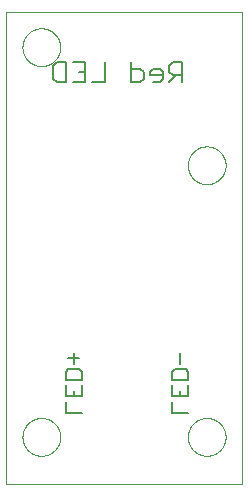
<source format=gbo>
G75*
%MOIN*%
%OFA0B0*%
%FSLAX25Y25*%
%IPPOS*%
%LPD*%
%AMOC8*
5,1,8,0,0,1.08239X$1,22.5*
%
%ADD10C,0.00000*%
%ADD11C,0.00500*%
%ADD12C,0.00600*%
D10*
X0001000Y0001000D02*
X0001000Y0158480D01*
X0079740Y0158480D01*
X0079740Y0001000D01*
X0001000Y0001000D01*
X0006512Y0016748D02*
X0006514Y0016906D01*
X0006520Y0017064D01*
X0006530Y0017222D01*
X0006544Y0017380D01*
X0006562Y0017537D01*
X0006583Y0017694D01*
X0006609Y0017850D01*
X0006639Y0018006D01*
X0006672Y0018161D01*
X0006710Y0018314D01*
X0006751Y0018467D01*
X0006796Y0018619D01*
X0006845Y0018770D01*
X0006898Y0018919D01*
X0006954Y0019067D01*
X0007014Y0019213D01*
X0007078Y0019358D01*
X0007146Y0019501D01*
X0007217Y0019643D01*
X0007291Y0019783D01*
X0007369Y0019920D01*
X0007451Y0020056D01*
X0007535Y0020190D01*
X0007624Y0020321D01*
X0007715Y0020450D01*
X0007810Y0020577D01*
X0007907Y0020702D01*
X0008008Y0020824D01*
X0008112Y0020943D01*
X0008219Y0021060D01*
X0008329Y0021174D01*
X0008442Y0021285D01*
X0008557Y0021394D01*
X0008675Y0021499D01*
X0008796Y0021601D01*
X0008919Y0021701D01*
X0009045Y0021797D01*
X0009173Y0021890D01*
X0009303Y0021980D01*
X0009436Y0022066D01*
X0009571Y0022150D01*
X0009707Y0022229D01*
X0009846Y0022306D01*
X0009987Y0022378D01*
X0010129Y0022448D01*
X0010273Y0022513D01*
X0010419Y0022575D01*
X0010566Y0022633D01*
X0010715Y0022688D01*
X0010865Y0022739D01*
X0011016Y0022786D01*
X0011168Y0022829D01*
X0011321Y0022868D01*
X0011476Y0022904D01*
X0011631Y0022935D01*
X0011787Y0022963D01*
X0011943Y0022987D01*
X0012100Y0023007D01*
X0012258Y0023023D01*
X0012415Y0023035D01*
X0012574Y0023043D01*
X0012732Y0023047D01*
X0012890Y0023047D01*
X0013048Y0023043D01*
X0013207Y0023035D01*
X0013364Y0023023D01*
X0013522Y0023007D01*
X0013679Y0022987D01*
X0013835Y0022963D01*
X0013991Y0022935D01*
X0014146Y0022904D01*
X0014301Y0022868D01*
X0014454Y0022829D01*
X0014606Y0022786D01*
X0014757Y0022739D01*
X0014907Y0022688D01*
X0015056Y0022633D01*
X0015203Y0022575D01*
X0015349Y0022513D01*
X0015493Y0022448D01*
X0015635Y0022378D01*
X0015776Y0022306D01*
X0015915Y0022229D01*
X0016051Y0022150D01*
X0016186Y0022066D01*
X0016319Y0021980D01*
X0016449Y0021890D01*
X0016577Y0021797D01*
X0016703Y0021701D01*
X0016826Y0021601D01*
X0016947Y0021499D01*
X0017065Y0021394D01*
X0017180Y0021285D01*
X0017293Y0021174D01*
X0017403Y0021060D01*
X0017510Y0020943D01*
X0017614Y0020824D01*
X0017715Y0020702D01*
X0017812Y0020577D01*
X0017907Y0020450D01*
X0017998Y0020321D01*
X0018087Y0020190D01*
X0018171Y0020056D01*
X0018253Y0019920D01*
X0018331Y0019783D01*
X0018405Y0019643D01*
X0018476Y0019501D01*
X0018544Y0019358D01*
X0018608Y0019213D01*
X0018668Y0019067D01*
X0018724Y0018919D01*
X0018777Y0018770D01*
X0018826Y0018619D01*
X0018871Y0018467D01*
X0018912Y0018314D01*
X0018950Y0018161D01*
X0018983Y0018006D01*
X0019013Y0017850D01*
X0019039Y0017694D01*
X0019060Y0017537D01*
X0019078Y0017380D01*
X0019092Y0017222D01*
X0019102Y0017064D01*
X0019108Y0016906D01*
X0019110Y0016748D01*
X0019108Y0016590D01*
X0019102Y0016432D01*
X0019092Y0016274D01*
X0019078Y0016116D01*
X0019060Y0015959D01*
X0019039Y0015802D01*
X0019013Y0015646D01*
X0018983Y0015490D01*
X0018950Y0015335D01*
X0018912Y0015182D01*
X0018871Y0015029D01*
X0018826Y0014877D01*
X0018777Y0014726D01*
X0018724Y0014577D01*
X0018668Y0014429D01*
X0018608Y0014283D01*
X0018544Y0014138D01*
X0018476Y0013995D01*
X0018405Y0013853D01*
X0018331Y0013713D01*
X0018253Y0013576D01*
X0018171Y0013440D01*
X0018087Y0013306D01*
X0017998Y0013175D01*
X0017907Y0013046D01*
X0017812Y0012919D01*
X0017715Y0012794D01*
X0017614Y0012672D01*
X0017510Y0012553D01*
X0017403Y0012436D01*
X0017293Y0012322D01*
X0017180Y0012211D01*
X0017065Y0012102D01*
X0016947Y0011997D01*
X0016826Y0011895D01*
X0016703Y0011795D01*
X0016577Y0011699D01*
X0016449Y0011606D01*
X0016319Y0011516D01*
X0016186Y0011430D01*
X0016051Y0011346D01*
X0015915Y0011267D01*
X0015776Y0011190D01*
X0015635Y0011118D01*
X0015493Y0011048D01*
X0015349Y0010983D01*
X0015203Y0010921D01*
X0015056Y0010863D01*
X0014907Y0010808D01*
X0014757Y0010757D01*
X0014606Y0010710D01*
X0014454Y0010667D01*
X0014301Y0010628D01*
X0014146Y0010592D01*
X0013991Y0010561D01*
X0013835Y0010533D01*
X0013679Y0010509D01*
X0013522Y0010489D01*
X0013364Y0010473D01*
X0013207Y0010461D01*
X0013048Y0010453D01*
X0012890Y0010449D01*
X0012732Y0010449D01*
X0012574Y0010453D01*
X0012415Y0010461D01*
X0012258Y0010473D01*
X0012100Y0010489D01*
X0011943Y0010509D01*
X0011787Y0010533D01*
X0011631Y0010561D01*
X0011476Y0010592D01*
X0011321Y0010628D01*
X0011168Y0010667D01*
X0011016Y0010710D01*
X0010865Y0010757D01*
X0010715Y0010808D01*
X0010566Y0010863D01*
X0010419Y0010921D01*
X0010273Y0010983D01*
X0010129Y0011048D01*
X0009987Y0011118D01*
X0009846Y0011190D01*
X0009707Y0011267D01*
X0009571Y0011346D01*
X0009436Y0011430D01*
X0009303Y0011516D01*
X0009173Y0011606D01*
X0009045Y0011699D01*
X0008919Y0011795D01*
X0008796Y0011895D01*
X0008675Y0011997D01*
X0008557Y0012102D01*
X0008442Y0012211D01*
X0008329Y0012322D01*
X0008219Y0012436D01*
X0008112Y0012553D01*
X0008008Y0012672D01*
X0007907Y0012794D01*
X0007810Y0012919D01*
X0007715Y0013046D01*
X0007624Y0013175D01*
X0007535Y0013306D01*
X0007451Y0013440D01*
X0007369Y0013576D01*
X0007291Y0013713D01*
X0007217Y0013853D01*
X0007146Y0013995D01*
X0007078Y0014138D01*
X0007014Y0014283D01*
X0006954Y0014429D01*
X0006898Y0014577D01*
X0006845Y0014726D01*
X0006796Y0014877D01*
X0006751Y0015029D01*
X0006710Y0015182D01*
X0006672Y0015335D01*
X0006639Y0015490D01*
X0006609Y0015646D01*
X0006583Y0015802D01*
X0006562Y0015959D01*
X0006544Y0016116D01*
X0006530Y0016274D01*
X0006520Y0016432D01*
X0006514Y0016590D01*
X0006512Y0016748D01*
X0061630Y0016748D02*
X0061632Y0016906D01*
X0061638Y0017064D01*
X0061648Y0017222D01*
X0061662Y0017380D01*
X0061680Y0017537D01*
X0061701Y0017694D01*
X0061727Y0017850D01*
X0061757Y0018006D01*
X0061790Y0018161D01*
X0061828Y0018314D01*
X0061869Y0018467D01*
X0061914Y0018619D01*
X0061963Y0018770D01*
X0062016Y0018919D01*
X0062072Y0019067D01*
X0062132Y0019213D01*
X0062196Y0019358D01*
X0062264Y0019501D01*
X0062335Y0019643D01*
X0062409Y0019783D01*
X0062487Y0019920D01*
X0062569Y0020056D01*
X0062653Y0020190D01*
X0062742Y0020321D01*
X0062833Y0020450D01*
X0062928Y0020577D01*
X0063025Y0020702D01*
X0063126Y0020824D01*
X0063230Y0020943D01*
X0063337Y0021060D01*
X0063447Y0021174D01*
X0063560Y0021285D01*
X0063675Y0021394D01*
X0063793Y0021499D01*
X0063914Y0021601D01*
X0064037Y0021701D01*
X0064163Y0021797D01*
X0064291Y0021890D01*
X0064421Y0021980D01*
X0064554Y0022066D01*
X0064689Y0022150D01*
X0064825Y0022229D01*
X0064964Y0022306D01*
X0065105Y0022378D01*
X0065247Y0022448D01*
X0065391Y0022513D01*
X0065537Y0022575D01*
X0065684Y0022633D01*
X0065833Y0022688D01*
X0065983Y0022739D01*
X0066134Y0022786D01*
X0066286Y0022829D01*
X0066439Y0022868D01*
X0066594Y0022904D01*
X0066749Y0022935D01*
X0066905Y0022963D01*
X0067061Y0022987D01*
X0067218Y0023007D01*
X0067376Y0023023D01*
X0067533Y0023035D01*
X0067692Y0023043D01*
X0067850Y0023047D01*
X0068008Y0023047D01*
X0068166Y0023043D01*
X0068325Y0023035D01*
X0068482Y0023023D01*
X0068640Y0023007D01*
X0068797Y0022987D01*
X0068953Y0022963D01*
X0069109Y0022935D01*
X0069264Y0022904D01*
X0069419Y0022868D01*
X0069572Y0022829D01*
X0069724Y0022786D01*
X0069875Y0022739D01*
X0070025Y0022688D01*
X0070174Y0022633D01*
X0070321Y0022575D01*
X0070467Y0022513D01*
X0070611Y0022448D01*
X0070753Y0022378D01*
X0070894Y0022306D01*
X0071033Y0022229D01*
X0071169Y0022150D01*
X0071304Y0022066D01*
X0071437Y0021980D01*
X0071567Y0021890D01*
X0071695Y0021797D01*
X0071821Y0021701D01*
X0071944Y0021601D01*
X0072065Y0021499D01*
X0072183Y0021394D01*
X0072298Y0021285D01*
X0072411Y0021174D01*
X0072521Y0021060D01*
X0072628Y0020943D01*
X0072732Y0020824D01*
X0072833Y0020702D01*
X0072930Y0020577D01*
X0073025Y0020450D01*
X0073116Y0020321D01*
X0073205Y0020190D01*
X0073289Y0020056D01*
X0073371Y0019920D01*
X0073449Y0019783D01*
X0073523Y0019643D01*
X0073594Y0019501D01*
X0073662Y0019358D01*
X0073726Y0019213D01*
X0073786Y0019067D01*
X0073842Y0018919D01*
X0073895Y0018770D01*
X0073944Y0018619D01*
X0073989Y0018467D01*
X0074030Y0018314D01*
X0074068Y0018161D01*
X0074101Y0018006D01*
X0074131Y0017850D01*
X0074157Y0017694D01*
X0074178Y0017537D01*
X0074196Y0017380D01*
X0074210Y0017222D01*
X0074220Y0017064D01*
X0074226Y0016906D01*
X0074228Y0016748D01*
X0074226Y0016590D01*
X0074220Y0016432D01*
X0074210Y0016274D01*
X0074196Y0016116D01*
X0074178Y0015959D01*
X0074157Y0015802D01*
X0074131Y0015646D01*
X0074101Y0015490D01*
X0074068Y0015335D01*
X0074030Y0015182D01*
X0073989Y0015029D01*
X0073944Y0014877D01*
X0073895Y0014726D01*
X0073842Y0014577D01*
X0073786Y0014429D01*
X0073726Y0014283D01*
X0073662Y0014138D01*
X0073594Y0013995D01*
X0073523Y0013853D01*
X0073449Y0013713D01*
X0073371Y0013576D01*
X0073289Y0013440D01*
X0073205Y0013306D01*
X0073116Y0013175D01*
X0073025Y0013046D01*
X0072930Y0012919D01*
X0072833Y0012794D01*
X0072732Y0012672D01*
X0072628Y0012553D01*
X0072521Y0012436D01*
X0072411Y0012322D01*
X0072298Y0012211D01*
X0072183Y0012102D01*
X0072065Y0011997D01*
X0071944Y0011895D01*
X0071821Y0011795D01*
X0071695Y0011699D01*
X0071567Y0011606D01*
X0071437Y0011516D01*
X0071304Y0011430D01*
X0071169Y0011346D01*
X0071033Y0011267D01*
X0070894Y0011190D01*
X0070753Y0011118D01*
X0070611Y0011048D01*
X0070467Y0010983D01*
X0070321Y0010921D01*
X0070174Y0010863D01*
X0070025Y0010808D01*
X0069875Y0010757D01*
X0069724Y0010710D01*
X0069572Y0010667D01*
X0069419Y0010628D01*
X0069264Y0010592D01*
X0069109Y0010561D01*
X0068953Y0010533D01*
X0068797Y0010509D01*
X0068640Y0010489D01*
X0068482Y0010473D01*
X0068325Y0010461D01*
X0068166Y0010453D01*
X0068008Y0010449D01*
X0067850Y0010449D01*
X0067692Y0010453D01*
X0067533Y0010461D01*
X0067376Y0010473D01*
X0067218Y0010489D01*
X0067061Y0010509D01*
X0066905Y0010533D01*
X0066749Y0010561D01*
X0066594Y0010592D01*
X0066439Y0010628D01*
X0066286Y0010667D01*
X0066134Y0010710D01*
X0065983Y0010757D01*
X0065833Y0010808D01*
X0065684Y0010863D01*
X0065537Y0010921D01*
X0065391Y0010983D01*
X0065247Y0011048D01*
X0065105Y0011118D01*
X0064964Y0011190D01*
X0064825Y0011267D01*
X0064689Y0011346D01*
X0064554Y0011430D01*
X0064421Y0011516D01*
X0064291Y0011606D01*
X0064163Y0011699D01*
X0064037Y0011795D01*
X0063914Y0011895D01*
X0063793Y0011997D01*
X0063675Y0012102D01*
X0063560Y0012211D01*
X0063447Y0012322D01*
X0063337Y0012436D01*
X0063230Y0012553D01*
X0063126Y0012672D01*
X0063025Y0012794D01*
X0062928Y0012919D01*
X0062833Y0013046D01*
X0062742Y0013175D01*
X0062653Y0013306D01*
X0062569Y0013440D01*
X0062487Y0013576D01*
X0062409Y0013713D01*
X0062335Y0013853D01*
X0062264Y0013995D01*
X0062196Y0014138D01*
X0062132Y0014283D01*
X0062072Y0014429D01*
X0062016Y0014577D01*
X0061963Y0014726D01*
X0061914Y0014877D01*
X0061869Y0015029D01*
X0061828Y0015182D01*
X0061790Y0015335D01*
X0061757Y0015490D01*
X0061727Y0015646D01*
X0061701Y0015802D01*
X0061680Y0015959D01*
X0061662Y0016116D01*
X0061648Y0016274D01*
X0061638Y0016432D01*
X0061632Y0016590D01*
X0061630Y0016748D01*
X0061630Y0107299D02*
X0061632Y0107457D01*
X0061638Y0107615D01*
X0061648Y0107773D01*
X0061662Y0107931D01*
X0061680Y0108088D01*
X0061701Y0108245D01*
X0061727Y0108401D01*
X0061757Y0108557D01*
X0061790Y0108712D01*
X0061828Y0108865D01*
X0061869Y0109018D01*
X0061914Y0109170D01*
X0061963Y0109321D01*
X0062016Y0109470D01*
X0062072Y0109618D01*
X0062132Y0109764D01*
X0062196Y0109909D01*
X0062264Y0110052D01*
X0062335Y0110194D01*
X0062409Y0110334D01*
X0062487Y0110471D01*
X0062569Y0110607D01*
X0062653Y0110741D01*
X0062742Y0110872D01*
X0062833Y0111001D01*
X0062928Y0111128D01*
X0063025Y0111253D01*
X0063126Y0111375D01*
X0063230Y0111494D01*
X0063337Y0111611D01*
X0063447Y0111725D01*
X0063560Y0111836D01*
X0063675Y0111945D01*
X0063793Y0112050D01*
X0063914Y0112152D01*
X0064037Y0112252D01*
X0064163Y0112348D01*
X0064291Y0112441D01*
X0064421Y0112531D01*
X0064554Y0112617D01*
X0064689Y0112701D01*
X0064825Y0112780D01*
X0064964Y0112857D01*
X0065105Y0112929D01*
X0065247Y0112999D01*
X0065391Y0113064D01*
X0065537Y0113126D01*
X0065684Y0113184D01*
X0065833Y0113239D01*
X0065983Y0113290D01*
X0066134Y0113337D01*
X0066286Y0113380D01*
X0066439Y0113419D01*
X0066594Y0113455D01*
X0066749Y0113486D01*
X0066905Y0113514D01*
X0067061Y0113538D01*
X0067218Y0113558D01*
X0067376Y0113574D01*
X0067533Y0113586D01*
X0067692Y0113594D01*
X0067850Y0113598D01*
X0068008Y0113598D01*
X0068166Y0113594D01*
X0068325Y0113586D01*
X0068482Y0113574D01*
X0068640Y0113558D01*
X0068797Y0113538D01*
X0068953Y0113514D01*
X0069109Y0113486D01*
X0069264Y0113455D01*
X0069419Y0113419D01*
X0069572Y0113380D01*
X0069724Y0113337D01*
X0069875Y0113290D01*
X0070025Y0113239D01*
X0070174Y0113184D01*
X0070321Y0113126D01*
X0070467Y0113064D01*
X0070611Y0112999D01*
X0070753Y0112929D01*
X0070894Y0112857D01*
X0071033Y0112780D01*
X0071169Y0112701D01*
X0071304Y0112617D01*
X0071437Y0112531D01*
X0071567Y0112441D01*
X0071695Y0112348D01*
X0071821Y0112252D01*
X0071944Y0112152D01*
X0072065Y0112050D01*
X0072183Y0111945D01*
X0072298Y0111836D01*
X0072411Y0111725D01*
X0072521Y0111611D01*
X0072628Y0111494D01*
X0072732Y0111375D01*
X0072833Y0111253D01*
X0072930Y0111128D01*
X0073025Y0111001D01*
X0073116Y0110872D01*
X0073205Y0110741D01*
X0073289Y0110607D01*
X0073371Y0110471D01*
X0073449Y0110334D01*
X0073523Y0110194D01*
X0073594Y0110052D01*
X0073662Y0109909D01*
X0073726Y0109764D01*
X0073786Y0109618D01*
X0073842Y0109470D01*
X0073895Y0109321D01*
X0073944Y0109170D01*
X0073989Y0109018D01*
X0074030Y0108865D01*
X0074068Y0108712D01*
X0074101Y0108557D01*
X0074131Y0108401D01*
X0074157Y0108245D01*
X0074178Y0108088D01*
X0074196Y0107931D01*
X0074210Y0107773D01*
X0074220Y0107615D01*
X0074226Y0107457D01*
X0074228Y0107299D01*
X0074226Y0107141D01*
X0074220Y0106983D01*
X0074210Y0106825D01*
X0074196Y0106667D01*
X0074178Y0106510D01*
X0074157Y0106353D01*
X0074131Y0106197D01*
X0074101Y0106041D01*
X0074068Y0105886D01*
X0074030Y0105733D01*
X0073989Y0105580D01*
X0073944Y0105428D01*
X0073895Y0105277D01*
X0073842Y0105128D01*
X0073786Y0104980D01*
X0073726Y0104834D01*
X0073662Y0104689D01*
X0073594Y0104546D01*
X0073523Y0104404D01*
X0073449Y0104264D01*
X0073371Y0104127D01*
X0073289Y0103991D01*
X0073205Y0103857D01*
X0073116Y0103726D01*
X0073025Y0103597D01*
X0072930Y0103470D01*
X0072833Y0103345D01*
X0072732Y0103223D01*
X0072628Y0103104D01*
X0072521Y0102987D01*
X0072411Y0102873D01*
X0072298Y0102762D01*
X0072183Y0102653D01*
X0072065Y0102548D01*
X0071944Y0102446D01*
X0071821Y0102346D01*
X0071695Y0102250D01*
X0071567Y0102157D01*
X0071437Y0102067D01*
X0071304Y0101981D01*
X0071169Y0101897D01*
X0071033Y0101818D01*
X0070894Y0101741D01*
X0070753Y0101669D01*
X0070611Y0101599D01*
X0070467Y0101534D01*
X0070321Y0101472D01*
X0070174Y0101414D01*
X0070025Y0101359D01*
X0069875Y0101308D01*
X0069724Y0101261D01*
X0069572Y0101218D01*
X0069419Y0101179D01*
X0069264Y0101143D01*
X0069109Y0101112D01*
X0068953Y0101084D01*
X0068797Y0101060D01*
X0068640Y0101040D01*
X0068482Y0101024D01*
X0068325Y0101012D01*
X0068166Y0101004D01*
X0068008Y0101000D01*
X0067850Y0101000D01*
X0067692Y0101004D01*
X0067533Y0101012D01*
X0067376Y0101024D01*
X0067218Y0101040D01*
X0067061Y0101060D01*
X0066905Y0101084D01*
X0066749Y0101112D01*
X0066594Y0101143D01*
X0066439Y0101179D01*
X0066286Y0101218D01*
X0066134Y0101261D01*
X0065983Y0101308D01*
X0065833Y0101359D01*
X0065684Y0101414D01*
X0065537Y0101472D01*
X0065391Y0101534D01*
X0065247Y0101599D01*
X0065105Y0101669D01*
X0064964Y0101741D01*
X0064825Y0101818D01*
X0064689Y0101897D01*
X0064554Y0101981D01*
X0064421Y0102067D01*
X0064291Y0102157D01*
X0064163Y0102250D01*
X0064037Y0102346D01*
X0063914Y0102446D01*
X0063793Y0102548D01*
X0063675Y0102653D01*
X0063560Y0102762D01*
X0063447Y0102873D01*
X0063337Y0102987D01*
X0063230Y0103104D01*
X0063126Y0103223D01*
X0063025Y0103345D01*
X0062928Y0103470D01*
X0062833Y0103597D01*
X0062742Y0103726D01*
X0062653Y0103857D01*
X0062569Y0103991D01*
X0062487Y0104127D01*
X0062409Y0104264D01*
X0062335Y0104404D01*
X0062264Y0104546D01*
X0062196Y0104689D01*
X0062132Y0104834D01*
X0062072Y0104980D01*
X0062016Y0105128D01*
X0061963Y0105277D01*
X0061914Y0105428D01*
X0061869Y0105580D01*
X0061828Y0105733D01*
X0061790Y0105886D01*
X0061757Y0106041D01*
X0061727Y0106197D01*
X0061701Y0106353D01*
X0061680Y0106510D01*
X0061662Y0106667D01*
X0061648Y0106825D01*
X0061638Y0106983D01*
X0061632Y0107141D01*
X0061630Y0107299D01*
X0006512Y0146669D02*
X0006514Y0146827D01*
X0006520Y0146985D01*
X0006530Y0147143D01*
X0006544Y0147301D01*
X0006562Y0147458D01*
X0006583Y0147615D01*
X0006609Y0147771D01*
X0006639Y0147927D01*
X0006672Y0148082D01*
X0006710Y0148235D01*
X0006751Y0148388D01*
X0006796Y0148540D01*
X0006845Y0148691D01*
X0006898Y0148840D01*
X0006954Y0148988D01*
X0007014Y0149134D01*
X0007078Y0149279D01*
X0007146Y0149422D01*
X0007217Y0149564D01*
X0007291Y0149704D01*
X0007369Y0149841D01*
X0007451Y0149977D01*
X0007535Y0150111D01*
X0007624Y0150242D01*
X0007715Y0150371D01*
X0007810Y0150498D01*
X0007907Y0150623D01*
X0008008Y0150745D01*
X0008112Y0150864D01*
X0008219Y0150981D01*
X0008329Y0151095D01*
X0008442Y0151206D01*
X0008557Y0151315D01*
X0008675Y0151420D01*
X0008796Y0151522D01*
X0008919Y0151622D01*
X0009045Y0151718D01*
X0009173Y0151811D01*
X0009303Y0151901D01*
X0009436Y0151987D01*
X0009571Y0152071D01*
X0009707Y0152150D01*
X0009846Y0152227D01*
X0009987Y0152299D01*
X0010129Y0152369D01*
X0010273Y0152434D01*
X0010419Y0152496D01*
X0010566Y0152554D01*
X0010715Y0152609D01*
X0010865Y0152660D01*
X0011016Y0152707D01*
X0011168Y0152750D01*
X0011321Y0152789D01*
X0011476Y0152825D01*
X0011631Y0152856D01*
X0011787Y0152884D01*
X0011943Y0152908D01*
X0012100Y0152928D01*
X0012258Y0152944D01*
X0012415Y0152956D01*
X0012574Y0152964D01*
X0012732Y0152968D01*
X0012890Y0152968D01*
X0013048Y0152964D01*
X0013207Y0152956D01*
X0013364Y0152944D01*
X0013522Y0152928D01*
X0013679Y0152908D01*
X0013835Y0152884D01*
X0013991Y0152856D01*
X0014146Y0152825D01*
X0014301Y0152789D01*
X0014454Y0152750D01*
X0014606Y0152707D01*
X0014757Y0152660D01*
X0014907Y0152609D01*
X0015056Y0152554D01*
X0015203Y0152496D01*
X0015349Y0152434D01*
X0015493Y0152369D01*
X0015635Y0152299D01*
X0015776Y0152227D01*
X0015915Y0152150D01*
X0016051Y0152071D01*
X0016186Y0151987D01*
X0016319Y0151901D01*
X0016449Y0151811D01*
X0016577Y0151718D01*
X0016703Y0151622D01*
X0016826Y0151522D01*
X0016947Y0151420D01*
X0017065Y0151315D01*
X0017180Y0151206D01*
X0017293Y0151095D01*
X0017403Y0150981D01*
X0017510Y0150864D01*
X0017614Y0150745D01*
X0017715Y0150623D01*
X0017812Y0150498D01*
X0017907Y0150371D01*
X0017998Y0150242D01*
X0018087Y0150111D01*
X0018171Y0149977D01*
X0018253Y0149841D01*
X0018331Y0149704D01*
X0018405Y0149564D01*
X0018476Y0149422D01*
X0018544Y0149279D01*
X0018608Y0149134D01*
X0018668Y0148988D01*
X0018724Y0148840D01*
X0018777Y0148691D01*
X0018826Y0148540D01*
X0018871Y0148388D01*
X0018912Y0148235D01*
X0018950Y0148082D01*
X0018983Y0147927D01*
X0019013Y0147771D01*
X0019039Y0147615D01*
X0019060Y0147458D01*
X0019078Y0147301D01*
X0019092Y0147143D01*
X0019102Y0146985D01*
X0019108Y0146827D01*
X0019110Y0146669D01*
X0019108Y0146511D01*
X0019102Y0146353D01*
X0019092Y0146195D01*
X0019078Y0146037D01*
X0019060Y0145880D01*
X0019039Y0145723D01*
X0019013Y0145567D01*
X0018983Y0145411D01*
X0018950Y0145256D01*
X0018912Y0145103D01*
X0018871Y0144950D01*
X0018826Y0144798D01*
X0018777Y0144647D01*
X0018724Y0144498D01*
X0018668Y0144350D01*
X0018608Y0144204D01*
X0018544Y0144059D01*
X0018476Y0143916D01*
X0018405Y0143774D01*
X0018331Y0143634D01*
X0018253Y0143497D01*
X0018171Y0143361D01*
X0018087Y0143227D01*
X0017998Y0143096D01*
X0017907Y0142967D01*
X0017812Y0142840D01*
X0017715Y0142715D01*
X0017614Y0142593D01*
X0017510Y0142474D01*
X0017403Y0142357D01*
X0017293Y0142243D01*
X0017180Y0142132D01*
X0017065Y0142023D01*
X0016947Y0141918D01*
X0016826Y0141816D01*
X0016703Y0141716D01*
X0016577Y0141620D01*
X0016449Y0141527D01*
X0016319Y0141437D01*
X0016186Y0141351D01*
X0016051Y0141267D01*
X0015915Y0141188D01*
X0015776Y0141111D01*
X0015635Y0141039D01*
X0015493Y0140969D01*
X0015349Y0140904D01*
X0015203Y0140842D01*
X0015056Y0140784D01*
X0014907Y0140729D01*
X0014757Y0140678D01*
X0014606Y0140631D01*
X0014454Y0140588D01*
X0014301Y0140549D01*
X0014146Y0140513D01*
X0013991Y0140482D01*
X0013835Y0140454D01*
X0013679Y0140430D01*
X0013522Y0140410D01*
X0013364Y0140394D01*
X0013207Y0140382D01*
X0013048Y0140374D01*
X0012890Y0140370D01*
X0012732Y0140370D01*
X0012574Y0140374D01*
X0012415Y0140382D01*
X0012258Y0140394D01*
X0012100Y0140410D01*
X0011943Y0140430D01*
X0011787Y0140454D01*
X0011631Y0140482D01*
X0011476Y0140513D01*
X0011321Y0140549D01*
X0011168Y0140588D01*
X0011016Y0140631D01*
X0010865Y0140678D01*
X0010715Y0140729D01*
X0010566Y0140784D01*
X0010419Y0140842D01*
X0010273Y0140904D01*
X0010129Y0140969D01*
X0009987Y0141039D01*
X0009846Y0141111D01*
X0009707Y0141188D01*
X0009571Y0141267D01*
X0009436Y0141351D01*
X0009303Y0141437D01*
X0009173Y0141527D01*
X0009045Y0141620D01*
X0008919Y0141716D01*
X0008796Y0141816D01*
X0008675Y0141918D01*
X0008557Y0142023D01*
X0008442Y0142132D01*
X0008329Y0142243D01*
X0008219Y0142357D01*
X0008112Y0142474D01*
X0008008Y0142593D01*
X0007907Y0142715D01*
X0007810Y0142840D01*
X0007715Y0142967D01*
X0007624Y0143096D01*
X0007535Y0143227D01*
X0007451Y0143361D01*
X0007369Y0143497D01*
X0007291Y0143634D01*
X0007217Y0143774D01*
X0007146Y0143916D01*
X0007078Y0144059D01*
X0007014Y0144204D01*
X0006954Y0144350D01*
X0006898Y0144498D01*
X0006845Y0144647D01*
X0006796Y0144798D01*
X0006751Y0144950D01*
X0006710Y0145103D01*
X0006672Y0145256D01*
X0006639Y0145411D01*
X0006609Y0145567D01*
X0006583Y0145723D01*
X0006562Y0145880D01*
X0006544Y0146037D01*
X0006530Y0146195D01*
X0006520Y0146353D01*
X0006514Y0146511D01*
X0006512Y0146669D01*
D11*
X0023640Y0044792D02*
X0023640Y0041185D01*
X0025443Y0042989D02*
X0021837Y0042989D01*
X0021837Y0039354D02*
X0020935Y0038453D01*
X0020935Y0035747D01*
X0026345Y0035747D01*
X0026345Y0038453D01*
X0025443Y0039354D01*
X0021837Y0039354D01*
X0020935Y0033917D02*
X0020935Y0030310D01*
X0026345Y0030310D01*
X0026345Y0033917D01*
X0023640Y0032113D02*
X0023640Y0030310D01*
X0020935Y0028479D02*
X0020935Y0024872D01*
X0026345Y0024872D01*
X0056368Y0024872D02*
X0056368Y0028479D01*
X0056368Y0030310D02*
X0056368Y0033917D01*
X0056368Y0035747D02*
X0056368Y0038453D01*
X0057270Y0039354D01*
X0060877Y0039354D01*
X0061778Y0038453D01*
X0061778Y0035747D01*
X0056368Y0035747D01*
X0056368Y0030310D02*
X0061778Y0030310D01*
X0061778Y0033917D01*
X0059073Y0032113D02*
X0059073Y0030310D01*
X0061778Y0024872D02*
X0056368Y0024872D01*
X0059073Y0041185D02*
X0059073Y0044792D01*
D12*
X0059755Y0135158D02*
X0059755Y0141564D01*
X0056552Y0141564D01*
X0055485Y0140496D01*
X0055485Y0138361D01*
X0056552Y0137293D01*
X0059755Y0137293D01*
X0057620Y0137293D02*
X0055485Y0135158D01*
X0053310Y0136226D02*
X0053310Y0138361D01*
X0052242Y0139429D01*
X0050107Y0139429D01*
X0049039Y0138361D01*
X0049039Y0137293D01*
X0053310Y0137293D01*
X0053310Y0136226D02*
X0052242Y0135158D01*
X0050107Y0135158D01*
X0046864Y0136226D02*
X0046864Y0138361D01*
X0045797Y0139429D01*
X0042594Y0139429D01*
X0042594Y0141564D02*
X0042594Y0135158D01*
X0045797Y0135158D01*
X0046864Y0136226D01*
X0033973Y0135158D02*
X0029703Y0135158D01*
X0027528Y0135158D02*
X0023257Y0135158D01*
X0021082Y0135158D02*
X0017879Y0135158D01*
X0016812Y0136226D01*
X0016812Y0140496D01*
X0017879Y0141564D01*
X0021082Y0141564D01*
X0021082Y0135158D01*
X0023257Y0141564D02*
X0027528Y0141564D01*
X0027528Y0135158D01*
X0027528Y0138361D02*
X0025392Y0138361D01*
X0033973Y0141564D02*
X0033973Y0135158D01*
M02*

</source>
